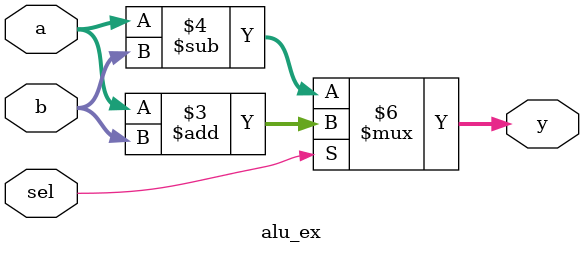
<source format=v>
module alu_ex(
    input [2:0]a,
    input [2:0]b,
    input sel,
    output reg [3:0]y
);
always @(*) begin
    if (sel == 1) begin
        y = a+b;
    end else begin
        y = a-b;
    end
end
endmodule
</source>
